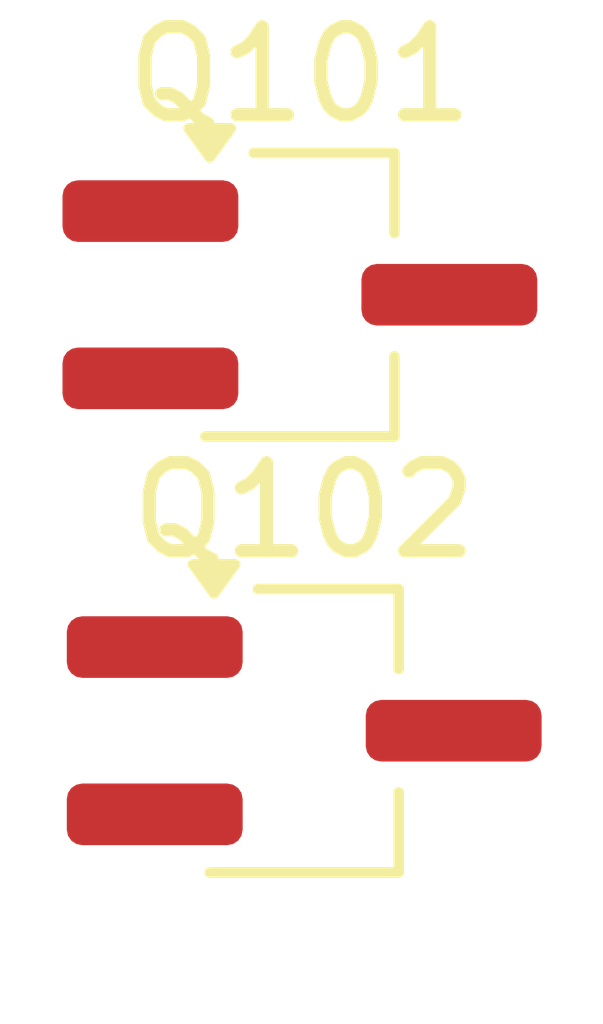
<source format=kicad_pcb>
(kicad_pcb (version 20240108) (generator "pcbnew") (generator_version "8.0")
  (layers (0 "F.Cu" signal) (31 "B.Cu" signal) (34 "B.Paste" user) (35 "F.Paste" user) (36 "B.SilkS" user "B.Silkscreen") (37 "F.SilkS" user "F.Silkscreen") (38 "B.Mask" user) (39 "F.Mask" user) (44 "Edge.Cuts" user))
  (net 0 "")
  (net 1 "/AMP_FUNC0")
  (net 2 "/FUNC0")
  (net 3 "GND")
  (net 4 "/FUNC1")
  (net 5 "/AMP_FUNC1")
  (footprint "Package_TO_SOT_SMD:SOT-23W_Handsoldering" (layer "F.Cu") (at 71.96 39.624)
    (property "Reference" "Q101" (at 0 -2.5 0) (layer "F.SilkS"))
    (property "Value" "AO3400A")
    (fp_line (start -1.075 1.61) (end 1.075 1.61) (stroke (width 0.12)) (layer "F.SilkS"))
    (fp_line (start -0.525 -1.61) (end 1.075 -1.61) (stroke (width 0.12)) (layer "F.SilkS"))
    (fp_line (start 1.075 -1.6) (end 1.075 -0.7) (stroke (width 0.12)) (layer "F.SilkS"))
    (fp_line (start 1.075 0.7) (end 1.075 1.61) (stroke (width 0.12)) (layer "F.SilkS"))
    (fp_poly (pts (xy -1.025 -1.56) (xy -1.265 -1.89) (xy -0.785 -1.89) (xy -1.025 -1.56)) (stroke (width 0.12)) (fill solid) (layer "F.SilkS"))
    (pad "1" smd roundrect (at -1.7 -0.95) (size 2 0.7) (layers "F.Cu" "F.Paste" "F.Mask") (net 2 "/FUNC0"))
    (pad "2" smd roundrect (at -1.7 0.95) (size 2 0.7) (layers "F.Cu" "F.Paste" "F.Mask") (net 3 "GND"))
    (pad "3" smd roundrect (at 1.7 0) (size 2 0.7) (layers "F.Cu" "F.Paste" "F.Mask") (net 1 "/AMP_FUNC0"))
  )
  (footprint "Package_TO_SOT_SMD:SOT-23W_Handsoldering" (layer "F.Cu") (at 72.009 44.577)
    (property "Reference" "Q102" (at 0 -2.5 0) (layer "F.SilkS"))
    (property "Value" "AO3400A")
    (fp_line (start -1.075 1.61) (end 1.075 1.61) (stroke (width 0.12)) (layer "F.SilkS"))
    (fp_line (start -0.525 -1.61) (end 1.075 -1.61) (stroke (width 0.12)) (layer "F.SilkS"))
    (fp_line (start 1.075 -1.6) (end 1.075 -0.7) (stroke (width 0.12)) (layer "F.SilkS"))
    (fp_line (start 1.075 0.7) (end 1.075 1.61) (stroke (width 0.12)) (layer "F.SilkS"))
    (fp_poly (pts (xy -1.025 -1.56) (xy -1.265 -1.89) (xy -0.785 -1.89) (xy -1.025 -1.56)) (stroke (width 0.12)) (fill solid) (layer "F.SilkS"))
    (pad "1" smd roundrect (at -1.7 -0.95) (size 2 0.7) (layers "F.Cu" "F.Paste" "F.Mask") (net 4 "/FUNC1"))
    (pad "2" smd roundrect (at -1.7 0.95) (size 2 0.7) (layers "F.Cu" "F.Paste" "F.Mask") (net 3 "GND"))
    (pad "3" smd roundrect (at 1.7 0) (size 2 0.7) (layers "F.Cu" "F.Paste" "F.Mask") (net 5 "/AMP_FUNC1"))
  )
)
</source>
